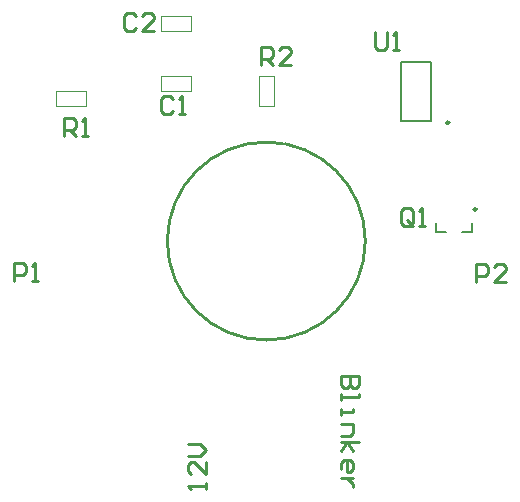
<source format=gbr>
G04 Layer_Color=65535*
%FSLAX26Y26*%
%MOIN*%
%TF.FileFunction,Legend,Top*%
%TF.Part,Single*%
G01*
G75*
%TA.AperFunction,NonConductor*%
%ADD31C,0.009842*%
%ADD32C,0.010000*%
%ADD33C,0.007874*%
%ADD34C,0.004000*%
%ADD35C,0.005000*%
D31*
X1575787Y980158D02*
G03*
X1575787Y980158I-4921J0D01*
G01*
D32*
X1205000Y875000D02*
G03*
X1205000Y875000I-330000J0D01*
G01*
X1485000Y1270000D02*
G03*
X1485000Y1270000I-5000J0D01*
G01*
X1237500Y1572481D02*
Y1522497D01*
X1247497Y1512500D01*
X1267490D01*
X1277487Y1522497D01*
Y1572481D01*
X1297481Y1512500D02*
X1317474D01*
X1307477D01*
Y1572481D01*
X1297481Y1562484D01*
X858000Y1461000D02*
Y1520981D01*
X887990D01*
X897987Y1510984D01*
Y1490990D01*
X887990Y1480994D01*
X858000D01*
X877994D02*
X897987Y1461000D01*
X957968D02*
X917981D01*
X957968Y1500987D01*
Y1510984D01*
X947971Y1520981D01*
X927977D01*
X917981Y1510984D01*
X200000Y1225000D02*
Y1284981D01*
X229990D01*
X239987Y1274984D01*
Y1254990D01*
X229990Y1244994D01*
X200000D01*
X219994D02*
X239987Y1225000D01*
X259981D02*
X279974D01*
X269977D01*
Y1284981D01*
X259981Y1274984D01*
X1364987Y934997D02*
Y974984D01*
X1354990Y984981D01*
X1334997D01*
X1325000Y974984D01*
Y934997D01*
X1334997Y925000D01*
X1354990D01*
X1344994Y944994D02*
X1364987Y925000D01*
X1354990D02*
X1364987Y934997D01*
X1384981Y925000D02*
X1404974D01*
X1394977D01*
Y984981D01*
X1384981Y974984D01*
X1575000Y738583D02*
Y798563D01*
X1604990D01*
X1614987Y788567D01*
Y768573D01*
X1604990Y758576D01*
X1575000D01*
X1674968Y738583D02*
X1634981D01*
X1674968Y778570D01*
Y788567D01*
X1664971Y798563D01*
X1644977D01*
X1634981Y788567D01*
X33500Y743083D02*
Y803063D01*
X63490D01*
X73487Y793067D01*
Y773073D01*
X63490Y763076D01*
X33500D01*
X93481Y743083D02*
X113474D01*
X103477D01*
Y803063D01*
X93481Y793067D01*
X439987Y1624984D02*
X429990Y1634981D01*
X409997D01*
X400000Y1624984D01*
Y1584997D01*
X409997Y1575000D01*
X429990D01*
X439987Y1584997D01*
X499968Y1575000D02*
X459981D01*
X499968Y1614987D01*
Y1624984D01*
X489971Y1634981D01*
X469977D01*
X459981Y1624984D01*
X564987Y1349984D02*
X554990Y1359981D01*
X534997D01*
X525000Y1349984D01*
Y1309997D01*
X534997Y1300000D01*
X554990D01*
X564987Y1309997D01*
X584981Y1300000D02*
X604974D01*
X594977D01*
Y1359981D01*
X584981Y1349984D01*
X1184981Y425000D02*
X1125000D01*
Y395010D01*
X1134997Y385013D01*
X1144994D01*
X1154990Y395010D01*
Y425000D01*
Y395010D01*
X1164987Y385013D01*
X1174984D01*
X1184981Y395010D01*
Y425000D01*
X1125000Y365019D02*
Y345026D01*
Y355023D01*
X1184981D01*
Y365019D01*
X1125000Y315036D02*
Y295042D01*
Y305039D01*
X1164987D01*
Y315036D01*
X1125000Y265052D02*
X1164987D01*
Y235061D01*
X1154990Y225065D01*
X1125000D01*
Y205071D02*
X1184981D01*
X1144994D02*
X1164987Y175081D01*
X1144994Y205071D02*
X1125000Y175081D01*
Y115100D02*
Y135094D01*
X1134997Y145091D01*
X1154990D01*
X1164987Y135094D01*
Y115100D01*
X1154990Y105103D01*
X1144994D01*
Y145091D01*
X1164987Y85110D02*
X1125000D01*
X1144994D01*
X1154990Y75113D01*
X1164987Y65117D01*
Y55120D01*
X675000Y50000D02*
Y69993D01*
Y59997D01*
X615019D01*
X625016Y50000D01*
X675000Y139971D02*
Y99984D01*
X635013Y139971D01*
X625016D01*
X615019Y129974D01*
Y109981D01*
X625016Y99984D01*
X615019Y159964D02*
X655006D01*
X675000Y179958D01*
X655006Y199952D01*
X615019D01*
D33*
X1438976Y905354D02*
Y934882D01*
Y905354D02*
X1472441D01*
X1527559D02*
X1561024D01*
Y934882D01*
D34*
X525000Y1375000D02*
X625000D01*
X525000Y1425000D02*
X625000D01*
X525000Y1375000D02*
Y1425000D01*
X625000Y1375000D02*
Y1425000D01*
X525000Y1575000D02*
X625000D01*
X525000Y1625000D02*
X625000D01*
X525000Y1575000D02*
Y1625000D01*
X625000Y1575000D02*
Y1625000D01*
X850000Y1325000D02*
Y1425000D01*
X900000Y1325000D02*
Y1425000D01*
X850000D02*
X900000D01*
X850000Y1325000D02*
X900000D01*
X175000Y1375000D02*
X275000D01*
X175000Y1325000D02*
X275000D01*
Y1375000D01*
X175000Y1325000D02*
Y1375000D01*
D35*
X1325000Y1473425D02*
X1425000D01*
X1325000Y1276575D02*
X1425000D01*
Y1473425D01*
X1325000Y1276575D02*
Y1473425D01*
%TF.MD5,e56eae02d8263727ec9247b5aabafcea*%
M02*

</source>
